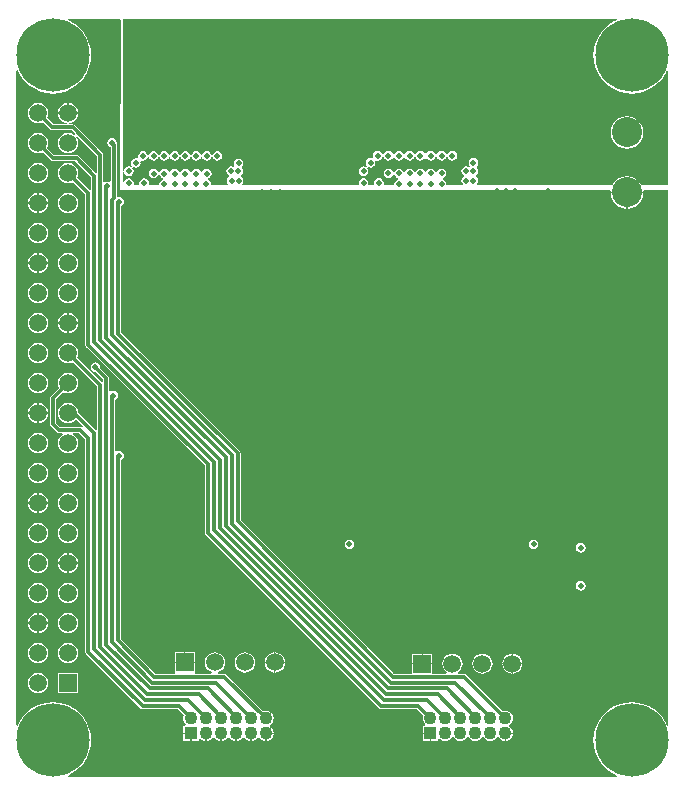
<source format=gbl>
G04*
G04 #@! TF.GenerationSoftware,Altium Limited,Altium Designer,20.0.9 (164)*
G04*
G04 Layer_Physical_Order=4*
G04 Layer_Color=16711680*
%FSLAX25Y25*%
%MOIN*%
G70*
G01*
G75*
%ADD44C,0.01181*%
%ADD49R,0.04331X0.04331*%
%ADD50C,0.04331*%
%ADD51C,0.10000*%
%ADD52C,0.05906*%
%ADD53R,0.05906X0.05906*%
%ADD54R,0.05906X0.05906*%
%ADD55C,0.01968*%
%ADD56C,0.03937*%
%ADD57C,0.24410*%
G36*
X264304Y466891D02*
X264657Y466537D01*
X264477Y409836D01*
X427742D01*
X428071Y409460D01*
X428044Y409255D01*
X433465D01*
X438885D01*
X438858Y409460D01*
X439187Y409836D01*
X447244D01*
X447244Y231419D01*
X446744Y231319D01*
X446394Y232164D01*
X445350Y233869D01*
X444051Y235389D01*
X442530Y236688D01*
X440825Y237733D01*
X438977Y238498D01*
X437033Y238965D01*
X435039Y239122D01*
X433046Y238965D01*
X431101Y238498D01*
X429254Y237733D01*
X427549Y236688D01*
X426028Y235389D01*
X424729Y233869D01*
X423684Y232164D01*
X422919Y230316D01*
X422452Y228372D01*
X422295Y226378D01*
X422452Y224384D01*
X422919Y222440D01*
X423684Y220592D01*
X424729Y218887D01*
X426028Y217367D01*
X427549Y216068D01*
X429254Y215023D01*
X430098Y214673D01*
X429999Y214173D01*
X247167Y214173D01*
X247067Y214673D01*
X247912Y215023D01*
X249617Y216068D01*
X251137Y217367D01*
X252436Y218887D01*
X253481Y220592D01*
X254246Y222440D01*
X254713Y224384D01*
X254870Y226378D01*
X254713Y228372D01*
X254246Y230316D01*
X253481Y232164D01*
X252436Y233869D01*
X251137Y235389D01*
X249617Y236688D01*
X247912Y237733D01*
X246064Y238498D01*
X244120Y238965D01*
X242126Y239122D01*
X240132Y238965D01*
X238188Y238498D01*
X236340Y237733D01*
X234635Y236688D01*
X233115Y235389D01*
X231816Y233869D01*
X230771Y232164D01*
X230421Y231319D01*
X229921Y231419D01*
X229921Y409836D01*
X229921Y449684D01*
X230421Y449783D01*
X230771Y448939D01*
X231816Y447234D01*
X233115Y445713D01*
X234635Y444414D01*
X236340Y443369D01*
X238188Y442604D01*
X240132Y442137D01*
X242126Y441980D01*
X244120Y442137D01*
X246064Y442604D01*
X247912Y443369D01*
X249617Y444414D01*
X251137Y445713D01*
X252436Y447234D01*
X253481Y448939D01*
X254246Y450786D01*
X254713Y452731D01*
X254870Y454724D01*
X254713Y456718D01*
X254246Y458663D01*
X253481Y460510D01*
X252436Y462215D01*
X251137Y463736D01*
X249617Y465034D01*
X247912Y466079D01*
X247158Y466392D01*
X247258Y466891D01*
X264304Y466891D01*
D02*
G37*
G36*
X429999Y466929D02*
X430098Y466429D01*
X429254Y466079D01*
X427549Y465034D01*
X426028Y463736D01*
X424729Y462215D01*
X423684Y460510D01*
X422919Y458663D01*
X422452Y456718D01*
X422295Y454724D01*
X422452Y452731D01*
X422919Y450786D01*
X423684Y448939D01*
X424729Y447234D01*
X426028Y445713D01*
X427549Y444414D01*
X429254Y443369D01*
X431101Y442604D01*
X433046Y442137D01*
X435039Y441980D01*
X437033Y442137D01*
X438977Y442604D01*
X440825Y443369D01*
X442530Y444414D01*
X444051Y445713D01*
X445350Y447234D01*
X446394Y448939D01*
X446744Y449783D01*
X447244Y449684D01*
X447244Y411424D01*
X438328D01*
X438181Y411778D01*
X437316Y412907D01*
X436188Y413772D01*
X434874Y414316D01*
X433465Y414502D01*
X432055Y414316D01*
X430741Y413772D01*
X429613Y412907D01*
X428748Y411778D01*
X428601Y411424D01*
X383671D01*
X383540Y411649D01*
X383464Y411924D01*
X383767Y412378D01*
X383889Y412992D01*
X383767Y413607D01*
X383419Y414127D01*
X383211Y414266D01*
Y414868D01*
X383419Y415006D01*
X383767Y415527D01*
X383889Y416142D01*
X383767Y416756D01*
X383419Y417277D01*
Y417762D01*
X383767Y418283D01*
X383889Y418898D01*
X383767Y419512D01*
X383419Y420033D01*
X382898Y420381D01*
X382283Y420503D01*
X381669Y420381D01*
X381148Y420033D01*
X380800Y419512D01*
X380678Y418898D01*
X380800Y418283D01*
X381082Y417862D01*
X380723Y417503D01*
X380704Y417513D01*
X380536Y417625D01*
X379921Y417747D01*
X379307Y417625D01*
X378786Y417277D01*
X378438Y416756D01*
X378316Y416142D01*
X378438Y415527D01*
X378786Y415006D01*
X378994Y414868D01*
Y414266D01*
X378786Y414127D01*
X378438Y413607D01*
X378316Y412992D01*
X378438Y412378D01*
X378741Y411924D01*
X378665Y411649D01*
X378534Y411424D01*
X373576D01*
X373259Y411810D01*
X373259Y411811D01*
X373137Y412426D01*
X372789Y412946D01*
X372268Y413294D01*
X372100Y413328D01*
Y413838D01*
X372268Y413871D01*
X372789Y414219D01*
X373137Y414740D01*
X373259Y415354D01*
X373137Y415969D01*
X372789Y416490D01*
X372268Y416838D01*
X371654Y416960D01*
X371039Y416838D01*
X370518Y416490D01*
X370170Y415969D01*
X370137Y415801D01*
X369627D01*
X369594Y415969D01*
X369246Y416490D01*
X368725Y416838D01*
X368110Y416960D01*
X367496Y416838D01*
X366975Y416490D01*
X366627Y415969D01*
X366594Y415801D01*
X366084D01*
X366050Y415969D01*
X365702Y416490D01*
X365181Y416838D01*
X364567Y416960D01*
X363952Y416838D01*
X363432Y416490D01*
X363084Y415969D01*
X363050Y415801D01*
X362540D01*
X362507Y415969D01*
X362159Y416490D01*
X361638Y416838D01*
X361024Y416960D01*
X360409Y416838D01*
X359888Y416490D01*
X359540Y415969D01*
X359507Y415801D01*
X358997D01*
X358964Y415969D01*
X358616Y416490D01*
X358095Y416838D01*
X357480Y416960D01*
X356866Y416838D01*
X356345Y416490D01*
X355997Y415969D01*
X355964Y415801D01*
X355454D01*
X355420Y415969D01*
X355072Y416490D01*
X354552Y416838D01*
X353937Y416960D01*
X353323Y416838D01*
X352802Y416490D01*
X352454Y415969D01*
X352331Y415354D01*
X352454Y414740D01*
X352802Y414219D01*
X353323Y413871D01*
X353937Y413749D01*
X354552Y413871D01*
X355072Y414219D01*
X355420Y414740D01*
X355454Y414907D01*
X355964D01*
X355997Y414740D01*
X356345Y414219D01*
X356866Y413871D01*
X357033Y413838D01*
Y413328D01*
X356866Y413294D01*
X356345Y412946D01*
X355997Y412426D01*
X355875Y411811D01*
X355875Y411810D01*
X355558Y411424D01*
X352715D01*
X352337Y411924D01*
X352393Y412205D01*
X352271Y412819D01*
X351923Y413340D01*
X351402Y413688D01*
X350787Y413810D01*
X350173Y413688D01*
X349652Y413340D01*
X349304Y412819D01*
X349182Y412205D01*
X349238Y411924D01*
X348860Y411424D01*
X347597D01*
X347219Y411924D01*
X347275Y412205D01*
X347153Y412819D01*
X346805Y413340D01*
X346284Y413688D01*
X345669Y413810D01*
X345055Y413688D01*
X344534Y413340D01*
X344186Y412819D01*
X344064Y412205D01*
X344120Y411924D01*
X343742Y411424D01*
X305469D01*
X305391Y411522D01*
X305247Y411924D01*
X305517Y412328D01*
X305639Y412942D01*
X305517Y413557D01*
X305169Y414078D01*
X304876Y414274D01*
X304849Y414857D01*
X305072Y415006D01*
X305420Y415527D01*
X305543Y416142D01*
X305420Y416756D01*
X305179Y417118D01*
X305169Y417712D01*
X305517Y418233D01*
X305639Y418848D01*
X305517Y419462D01*
X305169Y419983D01*
X304648Y420331D01*
X304034Y420454D01*
X303419Y420331D01*
X302898Y419983D01*
X302550Y419462D01*
X302428Y418848D01*
X302550Y418233D01*
X302396Y417581D01*
X302323Y417536D01*
X302189Y417625D01*
X301575Y417747D01*
X300960Y417625D01*
X300439Y417277D01*
X300091Y416756D01*
X299969Y416142D01*
X300091Y415527D01*
X300439Y415006D01*
X300733Y414810D01*
X300760Y414227D01*
X300536Y414078D01*
X300188Y413557D01*
X300066Y412942D01*
X300188Y412328D01*
X300458Y411924D01*
X300314Y411522D01*
X300237Y411424D01*
X295230D01*
X294913Y411810D01*
X294913Y411811D01*
X294791Y412426D01*
X294443Y412946D01*
X293924Y413293D01*
X293922Y413306D01*
X293928Y413803D01*
X294018Y413821D01*
X294539Y414169D01*
X294887Y414690D01*
X295009Y415305D01*
X294887Y415919D01*
X294539Y416440D01*
X294018Y416788D01*
X293404Y416910D01*
X292789Y416788D01*
X292268Y416440D01*
X291920Y415919D01*
X291887Y415752D01*
X291377D01*
X291344Y415919D01*
X290996Y416440D01*
X290475Y416788D01*
X289861Y416910D01*
X289246Y416788D01*
X288725Y416440D01*
X288377Y415919D01*
X288344Y415752D01*
X287834D01*
X287801Y415919D01*
X287453Y416440D01*
X286932Y416788D01*
X286317Y416910D01*
X285703Y416788D01*
X285182Y416440D01*
X284834Y415919D01*
X284800Y415752D01*
X284291D01*
X284257Y415919D01*
X283909Y416440D01*
X283388Y416788D01*
X282774Y416910D01*
X282159Y416788D01*
X281639Y416440D01*
X281291Y415919D01*
X281257Y415752D01*
X280747D01*
X280714Y415919D01*
X280366Y416440D01*
X279845Y416788D01*
X279231Y416910D01*
X278616Y416788D01*
X278095Y416440D01*
X277747Y415919D01*
X277714Y415752D01*
X277204D01*
X277171Y415919D01*
X276823Y416440D01*
X276302Y416788D01*
X275687Y416910D01*
X275073Y416788D01*
X274552Y416440D01*
X274204Y415919D01*
X274082Y415305D01*
X274204Y414690D01*
X274552Y414169D01*
X275073Y413821D01*
X275687Y413699D01*
X276302Y413821D01*
X276823Y414169D01*
X277171Y414690D01*
X277204Y414858D01*
X277714D01*
X277747Y414690D01*
X278095Y414169D01*
X278616Y413821D01*
X278784Y413788D01*
Y413278D01*
X278616Y413245D01*
X278095Y412897D01*
X277747Y412376D01*
X277625Y411761D01*
X277348Y411424D01*
X274499D01*
X274097Y411924D01*
X274143Y412155D01*
X274021Y412769D01*
X273673Y413290D01*
X273152Y413638D01*
X272538Y413761D01*
X271923Y413638D01*
X271402Y413290D01*
X271054Y412769D01*
X270932Y412155D01*
X270978Y411924D01*
X270577Y411424D01*
X269380D01*
X268979Y411924D01*
X269025Y412155D01*
X268903Y412769D01*
X268555Y413290D01*
X268034Y413638D01*
X267420Y413761D01*
X266805Y413638D01*
X266284Y413290D01*
X265936Y412769D01*
X265854Y412358D01*
X265354Y412407D01*
Y415346D01*
X265367Y415841D01*
X265367Y415841D01*
Y415841D01*
X265854Y415889D01*
X265869Y415817D01*
X265936Y415478D01*
X266284Y414957D01*
X266805Y414608D01*
X267420Y414486D01*
X268034Y414608D01*
X268555Y414957D01*
X268903Y415478D01*
X269025Y416092D01*
X268903Y416706D01*
X268621Y417128D01*
X268982Y417488D01*
X269167Y417364D01*
X269782Y417242D01*
X270396Y417364D01*
X270917Y417712D01*
X271265Y418233D01*
X271387Y418848D01*
X271297Y419302D01*
X271338Y419377D01*
X271615Y419654D01*
X271690Y419695D01*
X272144Y419604D01*
X272758Y419727D01*
X273279Y420075D01*
X273627Y420596D01*
X273661Y420763D01*
X274170D01*
X274204Y420596D01*
X274552Y420075D01*
X275073Y419727D01*
X275687Y419604D01*
X276302Y419727D01*
X276823Y420075D01*
X277171Y420596D01*
X277204Y420763D01*
X277714D01*
X277747Y420596D01*
X278095Y420075D01*
X278616Y419727D01*
X279231Y419604D01*
X279845Y419727D01*
X280366Y420075D01*
X280714Y420596D01*
X280747Y420763D01*
X281257D01*
X281291Y420596D01*
X281639Y420075D01*
X282159Y419727D01*
X282774Y419604D01*
X283388Y419727D01*
X283909Y420075D01*
X284257Y420596D01*
X284291Y420763D01*
X284800D01*
X284834Y420596D01*
X285182Y420075D01*
X285703Y419727D01*
X286317Y419604D01*
X286932Y419727D01*
X287453Y420075D01*
X287801Y420596D01*
X287834Y420763D01*
X288344D01*
X288377Y420596D01*
X288725Y420075D01*
X289246Y419727D01*
X289861Y419604D01*
X290475Y419727D01*
X290996Y420075D01*
X291344Y420596D01*
X291377Y420763D01*
X291887D01*
X291920Y420596D01*
X292268Y420075D01*
X292789Y419727D01*
X293404Y419604D01*
X294018Y419727D01*
X294539Y420075D01*
X294887Y420596D01*
X294921Y420763D01*
X295430D01*
X295464Y420596D01*
X295812Y420075D01*
X296333Y419727D01*
X296947Y419604D01*
X297562Y419727D01*
X298082Y420075D01*
X298430Y420596D01*
X298553Y421210D01*
X298430Y421825D01*
X298082Y422345D01*
X297562Y422693D01*
X296947Y422816D01*
X296333Y422693D01*
X295812Y422345D01*
X295464Y421825D01*
X295430Y421657D01*
X294921D01*
X294887Y421825D01*
X294539Y422345D01*
X294018Y422693D01*
X293404Y422816D01*
X292789Y422693D01*
X292268Y422345D01*
X291920Y421825D01*
X291887Y421657D01*
X291377D01*
X291344Y421825D01*
X290996Y422345D01*
X290475Y422693D01*
X289861Y422816D01*
X289246Y422693D01*
X288725Y422345D01*
X288377Y421825D01*
X288344Y421657D01*
X287834D01*
X287801Y421825D01*
X287453Y422345D01*
X286932Y422693D01*
X286317Y422816D01*
X285703Y422693D01*
X285182Y422345D01*
X284834Y421825D01*
X284800Y421657D01*
X284291D01*
X284257Y421825D01*
X283909Y422345D01*
X283388Y422693D01*
X282774Y422816D01*
X282159Y422693D01*
X281639Y422345D01*
X281291Y421825D01*
X281257Y421657D01*
X280747D01*
X280714Y421825D01*
X280366Y422345D01*
X279845Y422693D01*
X279231Y422816D01*
X278616Y422693D01*
X278095Y422345D01*
X277747Y421825D01*
X277714Y421657D01*
X277204D01*
X277171Y421825D01*
X276823Y422345D01*
X276302Y422693D01*
X275687Y422816D01*
X275073Y422693D01*
X274552Y422345D01*
X274204Y421825D01*
X274170Y421657D01*
X273661D01*
X273627Y421825D01*
X273279Y422345D01*
X272758Y422693D01*
X272144Y422816D01*
X271530Y422693D01*
X271009Y422345D01*
X270660Y421825D01*
X270538Y421210D01*
X270629Y420756D01*
X270588Y420681D01*
X270310Y420404D01*
X270236Y420363D01*
X269782Y420454D01*
X269167Y420331D01*
X268646Y419983D01*
X268298Y419462D01*
X268176Y418848D01*
X268298Y418233D01*
X268580Y417812D01*
X268219Y417451D01*
X268034Y417575D01*
X267420Y417698D01*
X266805Y417575D01*
X266284Y417227D01*
X265936Y416706D01*
X265869Y416367D01*
X265854Y416295D01*
X265367Y416343D01*
Y416343D01*
X265367Y416343D01*
X265354Y416838D01*
X265354Y466929D01*
X429999Y466929D01*
D02*
G37*
%LPC*%
G36*
X247326Y438906D02*
Y435751D01*
X250481D01*
X250392Y436426D01*
X250055Y437242D01*
X249517Y437942D01*
X248817Y438480D01*
X248001Y438818D01*
X247326Y438906D01*
D02*
G37*
G36*
X246926D02*
X246251Y438818D01*
X245435Y438480D01*
X244735Y437942D01*
X244197Y437242D01*
X243860Y436426D01*
X243771Y435751D01*
X246926D01*
Y438906D01*
D02*
G37*
G36*
X237126Y438933D02*
X236251Y438818D01*
X235435Y438480D01*
X234735Y437942D01*
X234197Y437242D01*
X233859Y436426D01*
X233744Y435551D01*
X233859Y434676D01*
X234197Y433860D01*
X234735Y433160D01*
X235435Y432623D01*
X236251Y432285D01*
X237126Y432169D01*
X238001Y432285D01*
X238682Y432567D01*
X241254Y429994D01*
X241582Y429776D01*
X241968Y429699D01*
X248401D01*
X249558Y428542D01*
X249227Y428165D01*
X248817Y428480D01*
X248001Y428818D01*
X247126Y428933D01*
X246251Y428818D01*
X245435Y428480D01*
X244735Y427942D01*
X244197Y427242D01*
X243860Y426426D01*
X243744Y425551D01*
X243860Y424676D01*
X244197Y423860D01*
X244735Y423160D01*
X245435Y422623D01*
X246251Y422285D01*
X247126Y422169D01*
X248001Y422285D01*
X248817Y422623D01*
X249517Y423160D01*
X250055Y423860D01*
X250392Y424676D01*
X250508Y425551D01*
X250392Y426426D01*
X250055Y427242D01*
X249740Y427653D01*
X250116Y427983D01*
X256856Y421243D01*
Y415752D01*
X256356Y415545D01*
X250714Y421187D01*
X250387Y421406D01*
X250000Y421482D01*
X242623D01*
X240110Y423995D01*
X240392Y424676D01*
X240508Y425551D01*
X240392Y426426D01*
X240055Y427242D01*
X239517Y427942D01*
X238817Y428480D01*
X238001Y428818D01*
X237126Y428933D01*
X236251Y428818D01*
X235435Y428480D01*
X234735Y427942D01*
X234197Y427242D01*
X233859Y426426D01*
X233744Y425551D01*
X233859Y424676D01*
X234197Y423860D01*
X234735Y423160D01*
X235435Y422623D01*
X236251Y422285D01*
X237126Y422169D01*
X238001Y422285D01*
X238682Y422567D01*
X241491Y419758D01*
X241818Y419539D01*
X242205Y419462D01*
X249582D01*
X254896Y414149D01*
Y409917D01*
X254396Y409710D01*
X250110Y413995D01*
X250392Y414676D01*
X250508Y415551D01*
X250392Y416426D01*
X250055Y417242D01*
X249517Y417942D01*
X248817Y418480D01*
X248001Y418818D01*
X247126Y418933D01*
X246251Y418818D01*
X245435Y418480D01*
X244735Y417942D01*
X244197Y417242D01*
X243860Y416426D01*
X243744Y415551D01*
X243860Y414676D01*
X244197Y413860D01*
X244735Y413160D01*
X245435Y412623D01*
X246251Y412285D01*
X247126Y412170D01*
X248001Y412285D01*
X248682Y412567D01*
X252927Y408322D01*
Y358268D01*
X253004Y357881D01*
X253223Y357554D01*
X292691Y318086D01*
Y295669D01*
X292768Y295283D01*
X292987Y294955D01*
X350815Y237126D01*
X351143Y236908D01*
X351529Y236831D01*
X363434D01*
X365571Y234694D01*
X365453Y234410D01*
X365365Y233740D01*
X365453Y233070D01*
X365712Y232446D01*
X366123Y231910D01*
X366260Y231805D01*
X366090Y231306D01*
X365387D01*
Y228940D01*
X367953D01*
Y228740D01*
X368153D01*
Y226175D01*
X370518D01*
Y226878D01*
X371018Y227047D01*
X371123Y226910D01*
X371659Y226499D01*
X372283Y226241D01*
X372753Y226179D01*
Y228740D01*
X373153D01*
Y226179D01*
X373622Y226241D01*
X374247Y226499D01*
X374782Y226910D01*
X375179Y227427D01*
X375305Y227446D01*
X375601D01*
X375727Y227427D01*
X376123Y226910D01*
X376659Y226499D01*
X377283Y226241D01*
X377753Y226179D01*
Y228740D01*
X378153D01*
Y226179D01*
X378622Y226241D01*
X379246Y226499D01*
X379782Y226910D01*
X380179Y227427D01*
X380305Y227446D01*
X380601D01*
X380727Y227427D01*
X381123Y226910D01*
X381659Y226499D01*
X382283Y226241D01*
X382753Y226179D01*
Y228740D01*
X383153D01*
Y226179D01*
X383622Y226241D01*
X384246Y226499D01*
X384782Y226910D01*
X385179Y227427D01*
X385305Y227446D01*
X385601D01*
X385727Y227427D01*
X386123Y226910D01*
X386659Y226499D01*
X387283Y226241D01*
X387753Y226179D01*
Y228740D01*
X388153D01*
Y226179D01*
X388622Y226241D01*
X389247Y226499D01*
X389782Y226910D01*
X390179Y227427D01*
X390305Y227446D01*
X390601D01*
X390727Y227427D01*
X391123Y226910D01*
X391659Y226499D01*
X392283Y226241D01*
X392753Y226179D01*
Y228740D01*
X392953D01*
Y228940D01*
X395514D01*
X395452Y229410D01*
X395194Y230034D01*
X394782Y230570D01*
X394266Y230966D01*
X394247Y231092D01*
Y231388D01*
X394266Y231514D01*
X394782Y231910D01*
X395194Y232446D01*
X395452Y233070D01*
X395540Y233740D01*
X395452Y234410D01*
X395194Y235034D01*
X394782Y235570D01*
X394247Y235981D01*
X393622Y236240D01*
X392953Y236328D01*
X392283Y236240D01*
X391971Y236110D01*
X379730Y248352D01*
X379402Y248571D01*
X379016Y248648D01*
X377277D01*
X377107Y249148D01*
X377667Y249577D01*
X378204Y250278D01*
X378542Y251093D01*
X378657Y251969D01*
X378542Y252844D01*
X378204Y253659D01*
X377667Y254360D01*
X376966Y254897D01*
X376151Y255235D01*
X375276Y255350D01*
X374400Y255235D01*
X373585Y254897D01*
X372884Y254360D01*
X372347Y253659D01*
X372009Y252844D01*
X371894Y251969D01*
X372009Y251093D01*
X372347Y250278D01*
X372884Y249577D01*
X373444Y249148D01*
X373274Y248648D01*
X368628D01*
Y251768D01*
X361923D01*
Y248648D01*
X355930D01*
X304691Y299887D01*
Y322101D01*
X304614Y322488D01*
X304395Y322815D01*
X264790Y362421D01*
Y404423D01*
X265309Y404770D01*
X265657Y405291D01*
X265779Y405905D01*
X265657Y406520D01*
X265309Y407041D01*
X264788Y407389D01*
X264173Y407511D01*
X263912Y407459D01*
X263411Y407846D01*
Y425000D01*
X263355Y425282D01*
X263417Y425591D01*
X263295Y426205D01*
X262946Y426726D01*
X262425Y427074D01*
X261811Y427196D01*
X261197Y427074D01*
X260676Y426726D01*
X260328Y426205D01*
X260205Y425591D01*
X260328Y424976D01*
X260676Y424455D01*
X261197Y424107D01*
X261392Y424068D01*
Y412747D01*
X260892Y412480D01*
X260851Y412507D01*
X260236Y412629D01*
X259622Y412507D01*
X259376Y412343D01*
X258876Y412610D01*
Y421661D01*
X258799Y422048D01*
X258580Y422376D01*
X249533Y431423D01*
X249205Y431642D01*
X248819Y431719D01*
X247532D01*
X247499Y432219D01*
X248001Y432285D01*
X248817Y432623D01*
X249517Y433160D01*
X250055Y433860D01*
X250392Y434676D01*
X250481Y435351D01*
X247126D01*
X243771D01*
X243860Y434676D01*
X244197Y433860D01*
X244735Y433160D01*
X245435Y432623D01*
X246251Y432285D01*
X246753Y432219D01*
X246720Y431719D01*
X242387D01*
X240110Y433995D01*
X240392Y434676D01*
X240508Y435551D01*
X240392Y436426D01*
X240055Y437242D01*
X239517Y437942D01*
X238817Y438480D01*
X238001Y438818D01*
X237126Y438933D01*
D02*
G37*
G36*
Y418933D02*
X236251Y418818D01*
X235435Y418480D01*
X234735Y417942D01*
X234197Y417242D01*
X233859Y416426D01*
X233744Y415551D01*
X233859Y414676D01*
X234197Y413860D01*
X234735Y413160D01*
X235435Y412623D01*
X236251Y412285D01*
X237126Y412170D01*
X238001Y412285D01*
X238817Y412623D01*
X239517Y413160D01*
X240055Y413860D01*
X240392Y414676D01*
X240508Y415551D01*
X240392Y416426D01*
X240055Y417242D01*
X239517Y417942D01*
X238817Y418480D01*
X238001Y418818D01*
X237126Y418933D01*
D02*
G37*
G36*
X237326Y408907D02*
Y405751D01*
X240481D01*
X240392Y406426D01*
X240055Y407242D01*
X239517Y407942D01*
X238817Y408480D01*
X238001Y408818D01*
X237326Y408907D01*
D02*
G37*
G36*
X236926D02*
X236251Y408818D01*
X235435Y408480D01*
X234735Y407942D01*
X234197Y407242D01*
X233859Y406426D01*
X233771Y405751D01*
X236926D01*
Y408907D01*
D02*
G37*
G36*
X433265Y408855D02*
X428044D01*
X428204Y407645D01*
X428748Y406332D01*
X429613Y405204D01*
X430741Y404338D01*
X432055Y403794D01*
X433265Y403635D01*
Y408855D01*
D02*
G37*
G36*
X438885D02*
X433665D01*
Y403635D01*
X434874Y403794D01*
X436188Y404338D01*
X437316Y405204D01*
X438181Y406332D01*
X438726Y407645D01*
X438885Y408855D01*
D02*
G37*
G36*
X240481Y405351D02*
X237326D01*
Y402196D01*
X238001Y402285D01*
X238817Y402623D01*
X239517Y403160D01*
X240055Y403860D01*
X240392Y404676D01*
X240481Y405351D01*
D02*
G37*
G36*
X236926D02*
X233771D01*
X233859Y404676D01*
X234197Y403860D01*
X234735Y403160D01*
X235435Y402623D01*
X236251Y402285D01*
X236926Y402196D01*
Y405351D01*
D02*
G37*
G36*
X247126Y408933D02*
X246251Y408818D01*
X245435Y408480D01*
X244735Y407942D01*
X244197Y407242D01*
X243860Y406426D01*
X243744Y405551D01*
X243860Y404676D01*
X244197Y403860D01*
X244735Y403160D01*
X245435Y402623D01*
X246251Y402285D01*
X247126Y402170D01*
X248001Y402285D01*
X248817Y402623D01*
X249517Y403160D01*
X250055Y403860D01*
X250392Y404676D01*
X250508Y405551D01*
X250392Y406426D01*
X250055Y407242D01*
X249517Y407942D01*
X248817Y408480D01*
X248001Y408818D01*
X247126Y408933D01*
D02*
G37*
G36*
Y398933D02*
X246251Y398818D01*
X245435Y398480D01*
X244735Y397942D01*
X244197Y397242D01*
X243860Y396426D01*
X243744Y395551D01*
X243860Y394676D01*
X244197Y393860D01*
X244735Y393160D01*
X245435Y392623D01*
X246251Y392285D01*
X247126Y392169D01*
X248001Y392285D01*
X248817Y392623D01*
X249517Y393160D01*
X250055Y393860D01*
X250392Y394676D01*
X250508Y395551D01*
X250392Y396426D01*
X250055Y397242D01*
X249517Y397942D01*
X248817Y398480D01*
X248001Y398818D01*
X247126Y398933D01*
D02*
G37*
G36*
X237126D02*
X236251Y398818D01*
X235435Y398480D01*
X234735Y397942D01*
X234197Y397242D01*
X233859Y396426D01*
X233744Y395551D01*
X233859Y394676D01*
X234197Y393860D01*
X234735Y393160D01*
X235435Y392623D01*
X236251Y392285D01*
X237126Y392169D01*
X238001Y392285D01*
X238817Y392623D01*
X239517Y393160D01*
X240055Y393860D01*
X240392Y394676D01*
X240508Y395551D01*
X240392Y396426D01*
X240055Y397242D01*
X239517Y397942D01*
X238817Y398480D01*
X238001Y398818D01*
X237126Y398933D01*
D02*
G37*
G36*
X237326Y388907D02*
Y385751D01*
X240481D01*
X240392Y386426D01*
X240055Y387242D01*
X239517Y387942D01*
X238817Y388480D01*
X238001Y388818D01*
X237326Y388907D01*
D02*
G37*
G36*
X236926D02*
X236251Y388818D01*
X235435Y388480D01*
X234735Y387942D01*
X234197Y387242D01*
X233859Y386426D01*
X233771Y385751D01*
X236926D01*
Y388907D01*
D02*
G37*
G36*
X240481Y385351D02*
X237326D01*
Y382196D01*
X238001Y382285D01*
X238817Y382623D01*
X239517Y383160D01*
X240055Y383860D01*
X240392Y384676D01*
X240481Y385351D01*
D02*
G37*
G36*
X236926D02*
X233771D01*
X233859Y384676D01*
X234197Y383860D01*
X234735Y383160D01*
X235435Y382623D01*
X236251Y382285D01*
X236926Y382196D01*
Y385351D01*
D02*
G37*
G36*
X247126Y388933D02*
X246251Y388818D01*
X245435Y388480D01*
X244735Y387942D01*
X244197Y387242D01*
X243860Y386426D01*
X243744Y385551D01*
X243860Y384676D01*
X244197Y383860D01*
X244735Y383160D01*
X245435Y382623D01*
X246251Y382285D01*
X247126Y382170D01*
X248001Y382285D01*
X248817Y382623D01*
X249517Y383160D01*
X250055Y383860D01*
X250392Y384676D01*
X250508Y385551D01*
X250392Y386426D01*
X250055Y387242D01*
X249517Y387942D01*
X248817Y388480D01*
X248001Y388818D01*
X247126Y388933D01*
D02*
G37*
G36*
Y378933D02*
X246251Y378818D01*
X245435Y378480D01*
X244735Y377942D01*
X244197Y377242D01*
X243860Y376426D01*
X243744Y375551D01*
X243860Y374676D01*
X244197Y373860D01*
X244735Y373160D01*
X245435Y372623D01*
X246251Y372285D01*
X247126Y372169D01*
X248001Y372285D01*
X248817Y372623D01*
X249517Y373160D01*
X250055Y373860D01*
X250392Y374676D01*
X250508Y375551D01*
X250392Y376426D01*
X250055Y377242D01*
X249517Y377942D01*
X248817Y378480D01*
X248001Y378818D01*
X247126Y378933D01*
D02*
G37*
G36*
X237126D02*
X236251Y378818D01*
X235435Y378480D01*
X234735Y377942D01*
X234197Y377242D01*
X233859Y376426D01*
X233744Y375551D01*
X233859Y374676D01*
X234197Y373860D01*
X234735Y373160D01*
X235435Y372623D01*
X236251Y372285D01*
X237126Y372169D01*
X238001Y372285D01*
X238817Y372623D01*
X239517Y373160D01*
X240055Y373860D01*
X240392Y374676D01*
X240508Y375551D01*
X240392Y376426D01*
X240055Y377242D01*
X239517Y377942D01*
X238817Y378480D01*
X238001Y378818D01*
X237126Y378933D01*
D02*
G37*
G36*
X247326Y368906D02*
Y365751D01*
X250481D01*
X250392Y366426D01*
X250055Y367242D01*
X249517Y367942D01*
X248817Y368480D01*
X248001Y368818D01*
X247326Y368906D01*
D02*
G37*
G36*
X246926D02*
X246251Y368818D01*
X245435Y368480D01*
X244735Y367942D01*
X244197Y367242D01*
X243860Y366426D01*
X243771Y365751D01*
X246926D01*
Y368906D01*
D02*
G37*
G36*
X250481Y365351D02*
X247326D01*
Y362196D01*
X248001Y362285D01*
X248817Y362623D01*
X249517Y363160D01*
X250055Y363860D01*
X250392Y364676D01*
X250481Y365351D01*
D02*
G37*
G36*
X246926D02*
X243771D01*
X243860Y364676D01*
X244197Y363860D01*
X244735Y363160D01*
X245435Y362623D01*
X246251Y362285D01*
X246926Y362196D01*
Y365351D01*
D02*
G37*
G36*
X237126Y368933D02*
X236251Y368818D01*
X235435Y368480D01*
X234735Y367942D01*
X234197Y367242D01*
X233859Y366426D01*
X233744Y365551D01*
X233859Y364676D01*
X234197Y363860D01*
X234735Y363160D01*
X235435Y362623D01*
X236251Y362285D01*
X237126Y362170D01*
X238001Y362285D01*
X238817Y362623D01*
X239517Y363160D01*
X240055Y363860D01*
X240392Y364676D01*
X240508Y365551D01*
X240392Y366426D01*
X240055Y367242D01*
X239517Y367942D01*
X238817Y368480D01*
X238001Y368818D01*
X237126Y368933D01*
D02*
G37*
G36*
Y358933D02*
X236251Y358818D01*
X235435Y358480D01*
X234735Y357942D01*
X234197Y357242D01*
X233859Y356426D01*
X233744Y355551D01*
X233859Y354676D01*
X234197Y353860D01*
X234735Y353160D01*
X235435Y352623D01*
X236251Y352285D01*
X237126Y352169D01*
X238001Y352285D01*
X238817Y352623D01*
X239517Y353160D01*
X240055Y353860D01*
X240392Y354676D01*
X240508Y355551D01*
X240392Y356426D01*
X240055Y357242D01*
X239517Y357942D01*
X238817Y358480D01*
X238001Y358818D01*
X237126Y358933D01*
D02*
G37*
G36*
X247126D02*
X246251Y358818D01*
X245435Y358480D01*
X244735Y357942D01*
X244197Y357242D01*
X243860Y356426D01*
X243744Y355551D01*
X243860Y354676D01*
X244197Y353860D01*
X244735Y353160D01*
X245435Y352623D01*
X246251Y352285D01*
X247126Y352169D01*
X248001Y352285D01*
X248682Y352567D01*
X256864Y344385D01*
Y329917D01*
X256364Y329710D01*
X250713Y335361D01*
X250501Y335503D01*
X250508Y335551D01*
X250392Y336426D01*
X250055Y337242D01*
X249517Y337942D01*
X248817Y338480D01*
X248001Y338818D01*
X247126Y338933D01*
X246251Y338818D01*
X245435Y338480D01*
X244735Y337942D01*
X244197Y337242D01*
X243860Y336426D01*
X243744Y335551D01*
X243860Y334676D01*
X244197Y333860D01*
X244735Y333160D01*
X245435Y332623D01*
X246251Y332285D01*
X247126Y332170D01*
X248001Y332285D01*
X248817Y332623D01*
X249517Y333160D01*
X249521Y333165D01*
X250020Y333197D01*
X252152Y331065D01*
X251834Y330677D01*
X251568Y330854D01*
X251181Y330931D01*
X244513D01*
X243136Y332308D01*
Y340133D01*
X245570Y342567D01*
X246251Y342285D01*
X247126Y342169D01*
X248001Y342285D01*
X248817Y342623D01*
X249517Y343160D01*
X250055Y343860D01*
X250392Y344676D01*
X250508Y345551D01*
X250392Y346426D01*
X250055Y347242D01*
X249517Y347942D01*
X248817Y348480D01*
X248001Y348818D01*
X247126Y348933D01*
X246251Y348818D01*
X245435Y348480D01*
X244735Y347942D01*
X244197Y347242D01*
X243860Y346426D01*
X243744Y345551D01*
X243860Y344676D01*
X244142Y343995D01*
X241412Y341265D01*
X241193Y340938D01*
X241116Y340551D01*
Y331890D01*
X241193Y331503D01*
X241412Y331176D01*
X243380Y329207D01*
X243708Y328988D01*
X244094Y328911D01*
X245213D01*
X245284Y328773D01*
X245346Y328411D01*
X244735Y327942D01*
X244197Y327242D01*
X243860Y326426D01*
X243744Y325551D01*
X243860Y324676D01*
X244197Y323860D01*
X244735Y323160D01*
X245435Y322623D01*
X246251Y322285D01*
X247126Y322169D01*
X248001Y322285D01*
X248817Y322623D01*
X249517Y323160D01*
X250055Y323860D01*
X250392Y324676D01*
X250508Y325551D01*
X250392Y326426D01*
X250055Y327242D01*
X249517Y327942D01*
X248906Y328411D01*
X248968Y328773D01*
X249039Y328911D01*
X250763D01*
X252927Y326747D01*
Y255906D01*
X253004Y255519D01*
X253223Y255191D01*
X271288Y237126D01*
X271615Y236908D01*
X272002Y236831D01*
X283631D01*
X285768Y234694D01*
X285650Y234410D01*
X285562Y233740D01*
X285650Y233070D01*
X285909Y232446D01*
X286320Y231910D01*
X286457Y231805D01*
X286287Y231306D01*
X285584D01*
Y228940D01*
X288150D01*
Y228740D01*
X288350D01*
Y226175D01*
X290715D01*
Y226878D01*
X291215Y227047D01*
X291320Y226910D01*
X291856Y226499D01*
X292480Y226241D01*
X292950Y226179D01*
Y228740D01*
X293350D01*
Y226179D01*
X293819Y226241D01*
X294443Y226499D01*
X294979Y226910D01*
X295376Y227427D01*
X295502Y227446D01*
X295798D01*
X295924Y227427D01*
X296320Y226910D01*
X296856Y226499D01*
X297480Y226241D01*
X297950Y226179D01*
Y228740D01*
X298350D01*
Y226179D01*
X298819Y226241D01*
X299443Y226499D01*
X299979Y226910D01*
X300376Y227427D01*
X300502Y227446D01*
X300798D01*
X300924Y227427D01*
X301320Y226910D01*
X301856Y226499D01*
X302480Y226241D01*
X302950Y226179D01*
Y228740D01*
X303350D01*
Y226179D01*
X303819Y226241D01*
X304443Y226499D01*
X304979Y226910D01*
X305376Y227427D01*
X305502Y227446D01*
X305798D01*
X305924Y227427D01*
X306320Y226910D01*
X306856Y226499D01*
X307480Y226241D01*
X307950Y226179D01*
Y228740D01*
X308350D01*
Y226179D01*
X308819Y226241D01*
X309443Y226499D01*
X309979Y226910D01*
X310376Y227427D01*
X310502Y227446D01*
X310798D01*
X310924Y227427D01*
X311320Y226910D01*
X311856Y226499D01*
X312480Y226241D01*
X312950Y226179D01*
Y228740D01*
X313150D01*
Y228940D01*
X315711D01*
X315649Y229410D01*
X315390Y230034D01*
X314979Y230570D01*
X314463Y230966D01*
X314443Y231092D01*
Y231388D01*
X314463Y231514D01*
X314979Y231910D01*
X315390Y232446D01*
X315649Y233070D01*
X315737Y233740D01*
X315649Y234410D01*
X315390Y235034D01*
X314979Y235570D01*
X314443Y235981D01*
X313819Y236240D01*
X313150Y236328D01*
X312480Y236240D01*
X312168Y236110D01*
X299927Y248352D01*
X299599Y248571D01*
X299213Y248648D01*
X297163D01*
X297064Y249148D01*
X297754Y249434D01*
X298454Y249971D01*
X298992Y250671D01*
X299329Y251487D01*
X299445Y252362D01*
X299329Y253237D01*
X298992Y254053D01*
X298454Y254753D01*
X297754Y255291D01*
X296938Y255629D01*
X296063Y255744D01*
X295188Y255629D01*
X294372Y255291D01*
X293672Y254753D01*
X293134Y254053D01*
X292796Y253237D01*
X292681Y252362D01*
X292796Y251487D01*
X293134Y250671D01*
X293672Y249971D01*
X294372Y249434D01*
X295062Y249148D01*
X294963Y248648D01*
X289750D01*
X289416Y249009D01*
X289416Y249148D01*
Y252162D01*
X282710D01*
Y249148D01*
X282710Y249009D01*
X282376Y248648D01*
X276403D01*
X264790Y260261D01*
Y319778D01*
X265309Y320125D01*
X265657Y320645D01*
X265779Y321260D01*
X265657Y321874D01*
X265309Y322395D01*
X264788Y322743D01*
X264173Y322866D01*
X263559Y322743D01*
X263321Y322584D01*
X262821Y322852D01*
Y339856D01*
X263340Y340203D01*
X263688Y340724D01*
X263810Y341339D01*
X263688Y341953D01*
X263340Y342474D01*
X262819Y342822D01*
X262205Y342944D01*
X261590Y342822D01*
X261352Y342663D01*
X260853Y342930D01*
Y347244D01*
X260776Y347631D01*
X260557Y347958D01*
X257875Y350640D01*
X257905Y350787D01*
X257783Y351402D01*
X257435Y351923D01*
X256914Y352271D01*
X256299Y352393D01*
X255685Y352271D01*
X255164Y351923D01*
X254816Y351402D01*
X254694Y350787D01*
X254816Y350173D01*
X255164Y349652D01*
X255685Y349304D01*
X256299Y349182D01*
X256447Y349211D01*
X258833Y346826D01*
Y345980D01*
X258333Y345773D01*
X250110Y353995D01*
X250392Y354676D01*
X250508Y355551D01*
X250392Y356426D01*
X250055Y357242D01*
X249517Y357942D01*
X248817Y358480D01*
X248001Y358818D01*
X247126Y358933D01*
D02*
G37*
G36*
X237126Y348933D02*
X236251Y348818D01*
X235435Y348480D01*
X234735Y347942D01*
X234197Y347242D01*
X233859Y346426D01*
X233744Y345551D01*
X233859Y344676D01*
X234197Y343860D01*
X234735Y343160D01*
X235435Y342623D01*
X236251Y342285D01*
X237126Y342169D01*
X238001Y342285D01*
X238817Y342623D01*
X239517Y343160D01*
X240055Y343860D01*
X240392Y344676D01*
X240508Y345551D01*
X240392Y346426D01*
X240055Y347242D01*
X239517Y347942D01*
X238817Y348480D01*
X238001Y348818D01*
X237126Y348933D01*
D02*
G37*
G36*
X237326Y338907D02*
Y335751D01*
X240481D01*
X240392Y336426D01*
X240055Y337242D01*
X239517Y337942D01*
X238817Y338480D01*
X238001Y338818D01*
X237326Y338907D01*
D02*
G37*
G36*
X236926D02*
X236251Y338818D01*
X235435Y338480D01*
X234735Y337942D01*
X234197Y337242D01*
X233859Y336426D01*
X233771Y335751D01*
X236926D01*
Y338907D01*
D02*
G37*
G36*
X240481Y335351D02*
X237326D01*
Y332196D01*
X238001Y332285D01*
X238817Y332623D01*
X239517Y333160D01*
X240055Y333860D01*
X240392Y334676D01*
X240481Y335351D01*
D02*
G37*
G36*
X236926D02*
X233771D01*
X233859Y334676D01*
X234197Y333860D01*
X234735Y333160D01*
X235435Y332623D01*
X236251Y332285D01*
X236926Y332196D01*
Y335351D01*
D02*
G37*
G36*
X237126Y328933D02*
X236251Y328818D01*
X235435Y328480D01*
X234735Y327942D01*
X234197Y327242D01*
X233859Y326426D01*
X233744Y325551D01*
X233859Y324676D01*
X234197Y323860D01*
X234735Y323160D01*
X235435Y322623D01*
X236251Y322285D01*
X237126Y322169D01*
X238001Y322285D01*
X238817Y322623D01*
X239517Y323160D01*
X240055Y323860D01*
X240392Y324676D01*
X240508Y325551D01*
X240392Y326426D01*
X240055Y327242D01*
X239517Y327942D01*
X238817Y328480D01*
X238001Y328818D01*
X237126Y328933D01*
D02*
G37*
G36*
X247126Y318933D02*
X246251Y318818D01*
X245435Y318480D01*
X244735Y317942D01*
X244197Y317242D01*
X243860Y316426D01*
X243744Y315551D01*
X243860Y314676D01*
X244197Y313860D01*
X244735Y313160D01*
X245435Y312623D01*
X246251Y312285D01*
X247126Y312170D01*
X248001Y312285D01*
X248817Y312623D01*
X249517Y313160D01*
X250055Y313860D01*
X250392Y314676D01*
X250508Y315551D01*
X250392Y316426D01*
X250055Y317242D01*
X249517Y317942D01*
X248817Y318480D01*
X248001Y318818D01*
X247126Y318933D01*
D02*
G37*
G36*
X237126D02*
X236251Y318818D01*
X235435Y318480D01*
X234735Y317942D01*
X234197Y317242D01*
X233859Y316426D01*
X233744Y315551D01*
X233859Y314676D01*
X234197Y313860D01*
X234735Y313160D01*
X235435Y312623D01*
X236251Y312285D01*
X237126Y312170D01*
X238001Y312285D01*
X238817Y312623D01*
X239517Y313160D01*
X240055Y313860D01*
X240392Y314676D01*
X240508Y315551D01*
X240392Y316426D01*
X240055Y317242D01*
X239517Y317942D01*
X238817Y318480D01*
X238001Y318818D01*
X237126Y318933D01*
D02*
G37*
G36*
X237326Y308907D02*
Y305751D01*
X240481D01*
X240392Y306426D01*
X240055Y307242D01*
X239517Y307942D01*
X238817Y308480D01*
X238001Y308818D01*
X237326Y308907D01*
D02*
G37*
G36*
X236926D02*
X236251Y308818D01*
X235435Y308480D01*
X234735Y307942D01*
X234197Y307242D01*
X233859Y306426D01*
X233771Y305751D01*
X236926D01*
Y308907D01*
D02*
G37*
G36*
X240481Y305351D02*
X237326D01*
Y302196D01*
X238001Y302285D01*
X238817Y302623D01*
X239517Y303160D01*
X240055Y303860D01*
X240392Y304676D01*
X240481Y305351D01*
D02*
G37*
G36*
X236926D02*
X233771D01*
X233859Y304676D01*
X234197Y303860D01*
X234735Y303160D01*
X235435Y302623D01*
X236251Y302285D01*
X236926Y302196D01*
Y305351D01*
D02*
G37*
G36*
X247126Y308933D02*
X246251Y308818D01*
X245435Y308480D01*
X244735Y307942D01*
X244197Y307242D01*
X243860Y306426D01*
X243744Y305551D01*
X243860Y304676D01*
X244197Y303860D01*
X244735Y303160D01*
X245435Y302623D01*
X246251Y302285D01*
X247126Y302169D01*
X248001Y302285D01*
X248817Y302623D01*
X249517Y303160D01*
X250055Y303860D01*
X250392Y304676D01*
X250508Y305551D01*
X250392Y306426D01*
X250055Y307242D01*
X249517Y307942D01*
X248817Y308480D01*
X248001Y308818D01*
X247126Y308933D01*
D02*
G37*
G36*
Y298933D02*
X246251Y298818D01*
X245435Y298480D01*
X244735Y297942D01*
X244197Y297242D01*
X243860Y296426D01*
X243744Y295551D01*
X243860Y294676D01*
X244197Y293860D01*
X244735Y293160D01*
X245435Y292623D01*
X246251Y292285D01*
X247126Y292169D01*
X248001Y292285D01*
X248817Y292623D01*
X249517Y293160D01*
X250055Y293860D01*
X250392Y294676D01*
X250508Y295551D01*
X250392Y296426D01*
X250055Y297242D01*
X249517Y297942D01*
X248817Y298480D01*
X248001Y298818D01*
X247126Y298933D01*
D02*
G37*
G36*
X237126D02*
X236251Y298818D01*
X235435Y298480D01*
X234735Y297942D01*
X234197Y297242D01*
X233859Y296426D01*
X233744Y295551D01*
X233859Y294676D01*
X234197Y293860D01*
X234735Y293160D01*
X235435Y292623D01*
X236251Y292285D01*
X237126Y292169D01*
X238001Y292285D01*
X238817Y292623D01*
X239517Y293160D01*
X240055Y293860D01*
X240392Y294676D01*
X240508Y295551D01*
X240392Y296426D01*
X240055Y297242D01*
X239517Y297942D01*
X238817Y298480D01*
X238001Y298818D01*
X237126Y298933D01*
D02*
G37*
G36*
X402362Y293338D02*
X401748Y293216D01*
X401227Y292868D01*
X400879Y292347D01*
X400757Y291732D01*
X400879Y291118D01*
X401227Y290597D01*
X401748Y290249D01*
X402362Y290127D01*
X402977Y290249D01*
X403498Y290597D01*
X403846Y291118D01*
X403968Y291732D01*
X403846Y292347D01*
X403498Y292868D01*
X402977Y293216D01*
X402362Y293338D01*
D02*
G37*
G36*
X340945D02*
X340330Y293216D01*
X339809Y292868D01*
X339461Y292347D01*
X339339Y291732D01*
X339461Y291118D01*
X339809Y290597D01*
X340330Y290249D01*
X340945Y290127D01*
X341559Y290249D01*
X342080Y290597D01*
X342428Y291118D01*
X342550Y291732D01*
X342428Y292347D01*
X342080Y292868D01*
X341559Y293216D01*
X340945Y293338D01*
D02*
G37*
G36*
X418110Y292157D02*
X417496Y292035D01*
X416975Y291687D01*
X416627Y291166D01*
X416505Y290551D01*
X416627Y289937D01*
X416975Y289416D01*
X417496Y289068D01*
X418110Y288946D01*
X418725Y289068D01*
X419246Y289416D01*
X419594Y289937D01*
X419716Y290551D01*
X419594Y291166D01*
X419246Y291687D01*
X418725Y292035D01*
X418110Y292157D01*
D02*
G37*
G36*
X247326Y288907D02*
Y285751D01*
X250481D01*
X250392Y286426D01*
X250055Y287242D01*
X249517Y287942D01*
X248817Y288480D01*
X248001Y288818D01*
X247326Y288907D01*
D02*
G37*
G36*
X246926D02*
X246251Y288818D01*
X245435Y288480D01*
X244735Y287942D01*
X244197Y287242D01*
X243860Y286426D01*
X243771Y285751D01*
X246926D01*
Y288907D01*
D02*
G37*
G36*
X250481Y285351D02*
X247326D01*
Y282196D01*
X248001Y282285D01*
X248817Y282623D01*
X249517Y283160D01*
X250055Y283860D01*
X250392Y284676D01*
X250481Y285351D01*
D02*
G37*
G36*
X246926D02*
X243771D01*
X243860Y284676D01*
X244197Y283860D01*
X244735Y283160D01*
X245435Y282623D01*
X246251Y282285D01*
X246926Y282196D01*
Y285351D01*
D02*
G37*
G36*
X237126Y288933D02*
X236251Y288818D01*
X235435Y288480D01*
X234735Y287942D01*
X234197Y287242D01*
X233859Y286426D01*
X233744Y285551D01*
X233859Y284676D01*
X234197Y283860D01*
X234735Y283160D01*
X235435Y282623D01*
X236251Y282285D01*
X237126Y282170D01*
X238001Y282285D01*
X238817Y282623D01*
X239517Y283160D01*
X240055Y283860D01*
X240392Y284676D01*
X240508Y285551D01*
X240392Y286426D01*
X240055Y287242D01*
X239517Y287942D01*
X238817Y288480D01*
X238001Y288818D01*
X237126Y288933D01*
D02*
G37*
G36*
X418110Y279558D02*
X417496Y279436D01*
X416975Y279088D01*
X416627Y278567D01*
X416505Y277953D01*
X416627Y277338D01*
X416975Y276817D01*
X417496Y276469D01*
X418110Y276347D01*
X418725Y276469D01*
X419246Y276817D01*
X419594Y277338D01*
X419716Y277953D01*
X419594Y278567D01*
X419246Y279088D01*
X418725Y279436D01*
X418110Y279558D01*
D02*
G37*
G36*
X247126Y278933D02*
X246251Y278818D01*
X245435Y278480D01*
X244735Y277942D01*
X244197Y277242D01*
X243860Y276426D01*
X243744Y275551D01*
X243860Y274676D01*
X244197Y273860D01*
X244735Y273160D01*
X245435Y272623D01*
X246251Y272285D01*
X247126Y272169D01*
X248001Y272285D01*
X248817Y272623D01*
X249517Y273160D01*
X250055Y273860D01*
X250392Y274676D01*
X250508Y275551D01*
X250392Y276426D01*
X250055Y277242D01*
X249517Y277942D01*
X248817Y278480D01*
X248001Y278818D01*
X247126Y278933D01*
D02*
G37*
G36*
X237126D02*
X236251Y278818D01*
X235435Y278480D01*
X234735Y277942D01*
X234197Y277242D01*
X233859Y276426D01*
X233744Y275551D01*
X233859Y274676D01*
X234197Y273860D01*
X234735Y273160D01*
X235435Y272623D01*
X236251Y272285D01*
X237126Y272169D01*
X238001Y272285D01*
X238817Y272623D01*
X239517Y273160D01*
X240055Y273860D01*
X240392Y274676D01*
X240508Y275551D01*
X240392Y276426D01*
X240055Y277242D01*
X239517Y277942D01*
X238817Y278480D01*
X238001Y278818D01*
X237126Y278933D01*
D02*
G37*
G36*
X237326Y268906D02*
Y265751D01*
X240481D01*
X240392Y266426D01*
X240055Y267242D01*
X239517Y267942D01*
X238817Y268480D01*
X238001Y268818D01*
X237326Y268906D01*
D02*
G37*
G36*
X236926D02*
X236251Y268818D01*
X235435Y268480D01*
X234735Y267942D01*
X234197Y267242D01*
X233859Y266426D01*
X233771Y265751D01*
X236926D01*
Y268906D01*
D02*
G37*
G36*
X240481Y265351D02*
X237326D01*
Y262196D01*
X238001Y262285D01*
X238817Y262623D01*
X239517Y263160D01*
X240055Y263860D01*
X240392Y264676D01*
X240481Y265351D01*
D02*
G37*
G36*
X236926D02*
X233771D01*
X233859Y264676D01*
X234197Y263860D01*
X234735Y263160D01*
X235435Y262623D01*
X236251Y262285D01*
X236926Y262196D01*
Y265351D01*
D02*
G37*
G36*
X247126Y268933D02*
X246251Y268818D01*
X245435Y268480D01*
X244735Y267942D01*
X244197Y267242D01*
X243860Y266426D01*
X243744Y265551D01*
X243860Y264676D01*
X244197Y263860D01*
X244735Y263160D01*
X245435Y262623D01*
X246251Y262285D01*
X247126Y262170D01*
X248001Y262285D01*
X248817Y262623D01*
X249517Y263160D01*
X250055Y263860D01*
X250392Y264676D01*
X250508Y265551D01*
X250392Y266426D01*
X250055Y267242D01*
X249517Y267942D01*
X248817Y268480D01*
X248001Y268818D01*
X247126Y268933D01*
D02*
G37*
G36*
X316263Y255717D02*
Y252562D01*
X319418D01*
X319329Y253237D01*
X318992Y254053D01*
X318454Y254753D01*
X317754Y255291D01*
X316938Y255629D01*
X316263Y255717D01*
D02*
G37*
G36*
X315863D02*
X315188Y255629D01*
X314372Y255291D01*
X313672Y254753D01*
X313134Y254053D01*
X312796Y253237D01*
X312708Y252562D01*
X315863D01*
Y255717D01*
D02*
G37*
G36*
X289416Y255715D02*
X286263D01*
Y252562D01*
X289416D01*
Y255715D01*
D02*
G37*
G36*
X285863D02*
X282710D01*
Y252562D01*
X285863D01*
Y255715D01*
D02*
G37*
G36*
X247126Y258933D02*
X246251Y258818D01*
X245435Y258480D01*
X244735Y257942D01*
X244197Y257242D01*
X243860Y256426D01*
X243744Y255551D01*
X243860Y254676D01*
X244197Y253860D01*
X244735Y253160D01*
X245435Y252623D01*
X246251Y252285D01*
X247126Y252169D01*
X248001Y252285D01*
X248817Y252623D01*
X249517Y253160D01*
X250055Y253860D01*
X250392Y254676D01*
X250508Y255551D01*
X250392Y256426D01*
X250055Y257242D01*
X249517Y257942D01*
X248817Y258480D01*
X248001Y258818D01*
X247126Y258933D01*
D02*
G37*
G36*
X237126D02*
X236251Y258818D01*
X235435Y258480D01*
X234735Y257942D01*
X234197Y257242D01*
X233859Y256426D01*
X233744Y255551D01*
X233859Y254676D01*
X234197Y253860D01*
X234735Y253160D01*
X235435Y252623D01*
X236251Y252285D01*
X237126Y252169D01*
X238001Y252285D01*
X238817Y252623D01*
X239517Y253160D01*
X240055Y253860D01*
X240392Y254676D01*
X240508Y255551D01*
X240392Y256426D01*
X240055Y257242D01*
X239517Y257942D01*
X238817Y258480D01*
X238001Y258818D01*
X237126Y258933D01*
D02*
G37*
G36*
X395476Y255324D02*
Y252168D01*
X398631D01*
X398542Y252844D01*
X398204Y253659D01*
X397667Y254360D01*
X396966Y254897D01*
X396151Y255235D01*
X395476Y255324D01*
D02*
G37*
G36*
X395076D02*
X394400Y255235D01*
X393585Y254897D01*
X392884Y254360D01*
X392347Y253659D01*
X392009Y252844D01*
X391920Y252168D01*
X395076D01*
Y255324D01*
D02*
G37*
G36*
X368628Y255321D02*
X365476D01*
Y252168D01*
X368628D01*
Y255321D01*
D02*
G37*
G36*
X365076D02*
X361923D01*
Y252168D01*
X365076D01*
Y255321D01*
D02*
G37*
G36*
X319418Y252162D02*
X316263D01*
Y249007D01*
X316938Y249096D01*
X317754Y249434D01*
X318454Y249971D01*
X318992Y250671D01*
X319329Y251487D01*
X319418Y252162D01*
D02*
G37*
G36*
X315863D02*
X312708D01*
X312796Y251487D01*
X313134Y250671D01*
X313672Y249971D01*
X314372Y249434D01*
X315188Y249096D01*
X315863Y249007D01*
Y252162D01*
D02*
G37*
G36*
X306063Y255744D02*
X305188Y255629D01*
X304372Y255291D01*
X303672Y254753D01*
X303134Y254053D01*
X302797Y253237D01*
X302681Y252362D01*
X302797Y251487D01*
X303134Y250671D01*
X303672Y249971D01*
X304372Y249434D01*
X305188Y249096D01*
X306063Y248980D01*
X306938Y249096D01*
X307754Y249434D01*
X308454Y249971D01*
X308992Y250671D01*
X309329Y251487D01*
X309445Y252362D01*
X309329Y253237D01*
X308992Y254053D01*
X308454Y254753D01*
X307754Y255291D01*
X306938Y255629D01*
X306063Y255744D01*
D02*
G37*
G36*
X398631Y251768D02*
X395476D01*
Y248613D01*
X396151Y248702D01*
X396966Y249040D01*
X397667Y249577D01*
X398204Y250278D01*
X398542Y251093D01*
X398631Y251768D01*
D02*
G37*
G36*
X395076D02*
X391920D01*
X392009Y251093D01*
X392347Y250278D01*
X392884Y249577D01*
X393585Y249040D01*
X394400Y248702D01*
X395076Y248613D01*
Y251768D01*
D02*
G37*
G36*
X385276Y255350D02*
X384400Y255235D01*
X383585Y254897D01*
X382884Y254360D01*
X382347Y253659D01*
X382009Y252844D01*
X381894Y251969D01*
X382009Y251093D01*
X382347Y250278D01*
X382884Y249577D01*
X383585Y249040D01*
X384400Y248702D01*
X385276Y248587D01*
X386151Y248702D01*
X386966Y249040D01*
X387667Y249577D01*
X388204Y250278D01*
X388542Y251093D01*
X388657Y251969D01*
X388542Y252844D01*
X388204Y253659D01*
X387667Y254360D01*
X386966Y254897D01*
X386151Y255235D01*
X385276Y255350D01*
D02*
G37*
G36*
X250479Y248904D02*
X243773D01*
Y242198D01*
X250479D01*
Y248904D01*
D02*
G37*
G36*
X237126Y248933D02*
X236251Y248818D01*
X235435Y248480D01*
X234735Y247942D01*
X234197Y247242D01*
X233859Y246426D01*
X233744Y245551D01*
X233859Y244676D01*
X234197Y243860D01*
X234735Y243160D01*
X235435Y242623D01*
X236251Y242285D01*
X237126Y242169D01*
X238001Y242285D01*
X238817Y242623D01*
X239517Y243160D01*
X240055Y243860D01*
X240392Y244676D01*
X240508Y245551D01*
X240392Y246426D01*
X240055Y247242D01*
X239517Y247942D01*
X238817Y248480D01*
X238001Y248818D01*
X237126Y248933D01*
D02*
G37*
G36*
X395514Y228540D02*
X393153D01*
Y226179D01*
X393622Y226241D01*
X394247Y226499D01*
X394782Y226910D01*
X395194Y227446D01*
X395452Y228070D01*
X395514Y228540D01*
D02*
G37*
G36*
X315711Y228540D02*
X313350D01*
Y226179D01*
X313819Y226241D01*
X314443Y226499D01*
X314979Y226910D01*
X315390Y227446D01*
X315649Y228070D01*
X315711Y228540D01*
D02*
G37*
G36*
X367753Y228540D02*
X365387D01*
Y226175D01*
X367753D01*
Y228540D01*
D02*
G37*
G36*
X287950Y228540D02*
X285584D01*
Y226175D01*
X287950D01*
Y228540D01*
D02*
G37*
G36*
X433465Y434502D02*
X432055Y434316D01*
X430741Y433772D01*
X429613Y432906D01*
X428748Y431778D01*
X428204Y430465D01*
X428018Y429055D01*
X428204Y427645D01*
X428748Y426332D01*
X429613Y425204D01*
X430741Y424338D01*
X432055Y423794D01*
X433465Y423608D01*
X434874Y423794D01*
X436188Y424338D01*
X437316Y425204D01*
X438181Y426332D01*
X438726Y427645D01*
X438911Y429055D01*
X438726Y430465D01*
X438181Y431778D01*
X437316Y432906D01*
X436188Y433772D01*
X434874Y434316D01*
X433465Y434502D01*
D02*
G37*
G36*
X375197Y422865D02*
X374582Y422743D01*
X374061Y422395D01*
X373713Y421874D01*
X373680Y421707D01*
X373170D01*
X373137Y421874D01*
X372789Y422395D01*
X372268Y422743D01*
X371654Y422865D01*
X371039Y422743D01*
X370518Y422395D01*
X370170Y421874D01*
X370137Y421707D01*
X369627D01*
X369594Y421874D01*
X369246Y422395D01*
X368725Y422743D01*
X368110Y422865D01*
X367496Y422743D01*
X366975Y422395D01*
X366627Y421874D01*
X366594Y421707D01*
X366084D01*
X366050Y421874D01*
X365702Y422395D01*
X365181Y422743D01*
X364567Y422865D01*
X363952Y422743D01*
X363432Y422395D01*
X363084Y421874D01*
X363050Y421707D01*
X362540D01*
X362507Y421874D01*
X362159Y422395D01*
X361638Y422743D01*
X361024Y422865D01*
X360409Y422743D01*
X359888Y422395D01*
X359540Y421874D01*
X359507Y421707D01*
X358997D01*
X358964Y421874D01*
X358616Y422395D01*
X358095Y422743D01*
X357480Y422865D01*
X356866Y422743D01*
X356345Y422395D01*
X355997Y421874D01*
X355964Y421707D01*
X355454D01*
X355420Y421874D01*
X355072Y422395D01*
X354552Y422743D01*
X353937Y422865D01*
X353323Y422743D01*
X352802Y422395D01*
X352454Y421874D01*
X352420Y421707D01*
X351910D01*
X351877Y421874D01*
X351529Y422395D01*
X351008Y422743D01*
X350394Y422865D01*
X349779Y422743D01*
X349258Y422395D01*
X348910Y421874D01*
X348788Y421260D01*
X348878Y420806D01*
X348837Y420731D01*
X348560Y420454D01*
X348485Y420413D01*
X348031Y420503D01*
X347417Y420381D01*
X346896Y420033D01*
X346548Y419512D01*
X346426Y418898D01*
X346548Y418283D01*
X346830Y417862D01*
X346469Y417501D01*
X346284Y417625D01*
X345669Y417747D01*
X345055Y417625D01*
X344534Y417277D01*
X344186Y416756D01*
X344064Y416142D01*
X344186Y415527D01*
X344534Y415006D01*
X345055Y414658D01*
X345669Y414536D01*
X346284Y414658D01*
X346805Y415006D01*
X347153Y415527D01*
X347275Y416142D01*
X347153Y416756D01*
X346871Y417178D01*
X347232Y417538D01*
X347417Y417414D01*
X348031Y417292D01*
X348646Y417414D01*
X349167Y417762D01*
X349515Y418283D01*
X349637Y418898D01*
X349547Y419352D01*
X349588Y419426D01*
X349865Y419704D01*
X349940Y419744D01*
X350394Y419654D01*
X351008Y419776D01*
X351529Y420124D01*
X351877Y420645D01*
X351910Y420813D01*
X352420D01*
X352454Y420645D01*
X352802Y420124D01*
X353323Y419776D01*
X353937Y419654D01*
X354552Y419776D01*
X355072Y420124D01*
X355420Y420645D01*
X355454Y420813D01*
X355964D01*
X355997Y420645D01*
X356345Y420124D01*
X356866Y419776D01*
X357480Y419654D01*
X358095Y419776D01*
X358616Y420124D01*
X358964Y420645D01*
X358997Y420813D01*
X359507D01*
X359540Y420645D01*
X359888Y420124D01*
X360409Y419776D01*
X361024Y419654D01*
X361638Y419776D01*
X362159Y420124D01*
X362507Y420645D01*
X362540Y420813D01*
X363050D01*
X363084Y420645D01*
X363432Y420124D01*
X363952Y419776D01*
X364567Y419654D01*
X365181Y419776D01*
X365702Y420124D01*
X366050Y420645D01*
X366084Y420813D01*
X366594D01*
X366627Y420645D01*
X366975Y420124D01*
X367496Y419776D01*
X368110Y419654D01*
X368725Y419776D01*
X369246Y420124D01*
X369594Y420645D01*
X369627Y420813D01*
X370137D01*
X370170Y420645D01*
X370518Y420124D01*
X371039Y419776D01*
X371654Y419654D01*
X372268Y419776D01*
X372789Y420124D01*
X373137Y420645D01*
X373170Y420813D01*
X373680D01*
X373713Y420645D01*
X374061Y420124D01*
X374582Y419776D01*
X375197Y419654D01*
X375811Y419776D01*
X376332Y420124D01*
X376680Y420645D01*
X376802Y421260D01*
X376680Y421874D01*
X376332Y422395D01*
X375811Y422743D01*
X375197Y422865D01*
D02*
G37*
%LPD*%
D44*
X259842Y360630D02*
X299744Y320728D01*
X260236Y410811D02*
Y411024D01*
X259842Y410417D02*
X260236Y410811D01*
X259842Y360630D02*
Y410417D01*
X262402Y407196D02*
Y425000D01*
X261811Y425591D02*
X262402Y425000D01*
X261811Y406606D02*
X262402Y407196D01*
X293701Y295669D02*
Y318504D01*
X253937Y358268D02*
Y408740D01*
Y358268D02*
X293701Y318504D01*
X295669Y296457D02*
Y319291D01*
X255906Y359055D02*
X295669Y319291D01*
X352368Y239757D02*
X366935D01*
X353150Y241732D02*
X370512D01*
X297772Y297110D02*
Y319945D01*
X257866Y359850D02*
X297772Y319945D01*
X257866Y359850D02*
Y421661D01*
X299744Y297894D02*
Y320728D01*
X353937Y243701D02*
X373504D01*
X301716Y298677D02*
Y321512D01*
X354724Y245669D02*
X376260D01*
X261811Y361417D02*
X301716Y321512D01*
X355512Y247638D02*
X379016D01*
X303681Y299468D02*
X355512Y247638D01*
X263779Y362003D02*
X303681Y322101D01*
X370512Y241732D02*
X377953Y234291D01*
X376260Y245669D02*
X386726Y235204D01*
X299744Y297894D02*
X353937Y243701D01*
X301716Y298677D02*
X354724Y245669D01*
X303681Y299468D02*
Y322101D01*
X297772Y297110D02*
X353150Y241732D01*
X373504Y243701D02*
X382953Y234252D01*
X379016Y247638D02*
X392913Y233740D01*
X295669Y296457D02*
X352368Y239757D01*
X366935D02*
X372953Y233740D01*
X293701Y295669D02*
X351529Y237841D01*
X363852D02*
X367953Y233740D01*
X351529Y237841D02*
X363852D01*
X242126Y340551D02*
X247126Y345551D01*
X242126Y331890D02*
Y340551D01*
X244094Y329921D02*
X251181D01*
X242126Y331890D02*
X244094Y329921D01*
X253937Y255906D02*
Y327165D01*
X251181Y329921D02*
X253937Y327165D01*
Y255906D02*
X272002Y237841D01*
X284049D02*
X288150Y233740D01*
X272002Y237841D02*
X284049D01*
X255906Y256693D02*
X272841Y239757D01*
X247126Y335551D02*
X248030Y334647D01*
X249998D02*
X255906Y328740D01*
X248030Y334647D02*
X249998D01*
X287132Y239757D02*
X293150Y233740D01*
X272841Y239757D02*
X287132D01*
X255906Y256693D02*
Y328740D01*
X299213Y247638D02*
X313110Y233740D01*
X313150D01*
X293701Y243701D02*
X303150Y234252D01*
Y233740D02*
Y234252D01*
X298150Y233740D02*
Y234291D01*
X273622Y241732D02*
X290709D01*
X263779Y259842D02*
X275984Y247638D01*
X264173Y321100D02*
Y321260D01*
X263779Y320706D02*
X264173Y321100D01*
X275984Y247638D02*
X299213D01*
X275197Y245669D02*
X296457D01*
X262205Y341179D02*
Y341339D01*
X261811Y259055D02*
Y340785D01*
X274410Y243701D02*
X293701D01*
X257874Y257480D02*
Y344803D01*
X247126Y355551D02*
X257874Y344803D01*
Y257480D02*
X273622Y241732D01*
X256299Y350787D02*
X259842Y347244D01*
Y258268D02*
Y347244D01*
X261811Y340785D02*
X262205Y341179D01*
X296457Y245669D02*
X306922Y235204D01*
X263779Y259842D02*
Y320706D01*
X261811Y259055D02*
X275197Y245669D01*
X259842Y258268D02*
X274410Y243701D01*
X263779Y362003D02*
Y405352D01*
X290709Y241732D02*
X298150Y234291D01*
X264173Y405746D02*
Y405905D01*
X263779Y405352D02*
X264173Y405746D01*
X261811Y361417D02*
Y406606D01*
X248819Y430709D02*
X257866Y421661D01*
X255906Y359055D02*
Y414567D01*
X242205Y420472D02*
X250000D01*
X255906Y414567D01*
X247126Y415551D02*
X253937Y408740D01*
X237126Y435551D02*
X241968Y430709D01*
X248819D01*
X237126Y425551D02*
X242205Y420472D01*
D49*
X288150Y228740D02*
D03*
X367953D02*
D03*
D50*
X288150Y233740D02*
D03*
X293150Y228740D02*
D03*
Y233740D02*
D03*
X298150Y228740D02*
D03*
Y233740D02*
D03*
X303150Y228740D02*
D03*
Y233740D02*
D03*
X308150Y228740D02*
D03*
Y233740D02*
D03*
X313150Y228740D02*
D03*
Y233740D02*
D03*
X367953D02*
D03*
X372953Y228740D02*
D03*
Y233740D02*
D03*
X377953Y228740D02*
D03*
Y233740D02*
D03*
X382953Y228740D02*
D03*
Y233740D02*
D03*
X387953Y228740D02*
D03*
Y233740D02*
D03*
X392953Y228740D02*
D03*
Y233740D02*
D03*
D51*
X433465Y429055D02*
D03*
Y409055D02*
D03*
D52*
X237126Y435551D02*
D03*
X247126D02*
D03*
X237126Y425551D02*
D03*
X247126D02*
D03*
X237126Y415551D02*
D03*
X247126D02*
D03*
X237126Y405551D02*
D03*
X247126D02*
D03*
X237126Y395551D02*
D03*
X247126D02*
D03*
X237126Y385551D02*
D03*
X247126D02*
D03*
X237126Y375551D02*
D03*
X247126D02*
D03*
X237126Y365551D02*
D03*
X247126D02*
D03*
X237126Y355551D02*
D03*
X247126D02*
D03*
X237126Y345551D02*
D03*
X247126D02*
D03*
X237126Y335551D02*
D03*
X247126D02*
D03*
X237126Y325551D02*
D03*
X247126D02*
D03*
X237126Y315551D02*
D03*
X247126D02*
D03*
X237126Y305551D02*
D03*
X247126D02*
D03*
X237126Y295551D02*
D03*
X247126D02*
D03*
X237126Y285551D02*
D03*
X247126D02*
D03*
X237126Y275551D02*
D03*
X247126D02*
D03*
X237126Y265551D02*
D03*
X247126D02*
D03*
X237126Y255551D02*
D03*
X247126D02*
D03*
X237126Y245551D02*
D03*
X395276Y251969D02*
D03*
X385276D02*
D03*
X375276D02*
D03*
X316063Y252362D02*
D03*
X306063D02*
D03*
X296063D02*
D03*
D53*
X247126Y245551D02*
D03*
D54*
X365276Y251969D02*
D03*
X286063Y252362D02*
D03*
D55*
X402362Y291732D02*
D03*
X340945D02*
D03*
X260236Y411024D02*
D03*
X301575Y416142D02*
D03*
X303937D02*
D03*
X379921D02*
D03*
X388583Y416535D02*
D03*
X385433Y419685D02*
D03*
Y416535D02*
D03*
X388583Y419685D02*
D03*
X418110Y277953D02*
D03*
X277165Y360630D02*
D03*
Y352756D02*
D03*
Y321260D02*
D03*
Y329134D02*
D03*
Y305512D02*
D03*
Y313386D02*
D03*
Y297638D02*
D03*
X345669Y297638D02*
D03*
X355118Y293701D02*
D03*
X345669Y313386D02*
D03*
X355118Y309449D02*
D03*
Y301575D02*
D03*
X345669Y305512D02*
D03*
Y329134D02*
D03*
X355118Y325197D02*
D03*
Y317323D02*
D03*
X345669Y321260D02*
D03*
Y344882D02*
D03*
X355118Y340945D02*
D03*
Y333071D02*
D03*
X345669Y337008D02*
D03*
Y352756D02*
D03*
X355118Y348819D02*
D03*
Y356693D02*
D03*
X345669Y360630D02*
D03*
X416535Y405118D02*
D03*
X407087Y409449D02*
D03*
X417717Y391732D02*
D03*
X407480D02*
D03*
X396063D02*
D03*
X390551Y400394D02*
D03*
X264173Y321260D02*
D03*
X262205Y341339D02*
D03*
X256299Y350787D02*
D03*
X264173Y405905D02*
D03*
X261811Y425591D02*
D03*
X310236Y416535D02*
D03*
X307087D02*
D03*
Y419685D02*
D03*
X310236D02*
D03*
X339370Y391732D02*
D03*
X329134D02*
D03*
X317717D02*
D03*
X335039Y400787D02*
D03*
X323228D02*
D03*
X311024D02*
D03*
X418110Y290551D02*
D03*
X435827Y302362D02*
D03*
Y277953D02*
D03*
Y290551D02*
D03*
X304034Y418848D02*
D03*
Y412942D02*
D03*
X301672D02*
D03*
X293307Y411811D02*
D03*
X293404Y415305D02*
D03*
X289861D02*
D03*
X286317D02*
D03*
X282774D02*
D03*
X279231D02*
D03*
X275687D02*
D03*
X272538Y412155D02*
D03*
Y408612D02*
D03*
Y405068D02*
D03*
Y401525D02*
D03*
Y397982D02*
D03*
Y394438D02*
D03*
Y390895D02*
D03*
Y387352D02*
D03*
Y383808D02*
D03*
Y380265D02*
D03*
X272835Y377165D02*
D03*
X276378D02*
D03*
X279921D02*
D03*
X283465D02*
D03*
X287008D02*
D03*
X290551D02*
D03*
X294094D02*
D03*
X297638D02*
D03*
X301181D02*
D03*
X304724D02*
D03*
X308268D02*
D03*
X310333Y379872D02*
D03*
Y383415D02*
D03*
Y386958D02*
D03*
Y390501D02*
D03*
X289861Y411761D02*
D03*
X286317D02*
D03*
X282774D02*
D03*
X279231D02*
D03*
X276868Y408612D02*
D03*
Y405068D02*
D03*
Y401525D02*
D03*
Y397982D02*
D03*
Y394438D02*
D03*
Y390895D02*
D03*
Y387352D02*
D03*
Y383808D02*
D03*
X279624Y383021D02*
D03*
X283168D02*
D03*
X286711D02*
D03*
X290254D02*
D03*
X293797D02*
D03*
X297341D02*
D03*
X300884D02*
D03*
X304427D02*
D03*
X306396Y386958D02*
D03*
Y390501D02*
D03*
Y394045D02*
D03*
Y397588D02*
D03*
Y401131D02*
D03*
X286317Y421210D02*
D03*
X282774D02*
D03*
X279231D02*
D03*
X275687D02*
D03*
X272144D02*
D03*
X267420Y412155D02*
D03*
Y408612D02*
D03*
Y405068D02*
D03*
Y401525D02*
D03*
Y397982D02*
D03*
Y394438D02*
D03*
Y390895D02*
D03*
Y387352D02*
D03*
Y383808D02*
D03*
Y380265D02*
D03*
Y376722D02*
D03*
Y373179D02*
D03*
X270176Y371604D02*
D03*
X273719D02*
D03*
X277262D02*
D03*
X267420Y416092D02*
D03*
X269782Y418848D02*
D03*
X289861Y421210D02*
D03*
X293404D02*
D03*
X296947D02*
D03*
X309152Y403100D02*
D03*
X311811Y409166D02*
D03*
X314961D02*
D03*
X317717D02*
D03*
X390158Y409449D02*
D03*
X387402Y403150D02*
D03*
X393307Y409449D02*
D03*
X396063D02*
D03*
X375197Y421260D02*
D03*
X371654D02*
D03*
X368110D02*
D03*
X348031Y418898D02*
D03*
X345669Y416142D02*
D03*
X355512Y371654D02*
D03*
X351969D02*
D03*
X348425D02*
D03*
X345669Y373228D02*
D03*
Y376772D02*
D03*
Y380315D02*
D03*
Y383858D02*
D03*
Y387402D02*
D03*
Y390945D02*
D03*
Y394488D02*
D03*
Y398031D02*
D03*
Y401575D02*
D03*
Y405118D02*
D03*
Y408661D02*
D03*
Y412205D02*
D03*
X350394Y421260D02*
D03*
X353937D02*
D03*
X357480D02*
D03*
X361024D02*
D03*
X364567D02*
D03*
X384646Y401181D02*
D03*
Y397638D02*
D03*
Y394094D02*
D03*
Y390551D02*
D03*
Y387008D02*
D03*
X382677Y383071D02*
D03*
X379134D02*
D03*
X375591D02*
D03*
X372047D02*
D03*
X368504D02*
D03*
X364961D02*
D03*
X361417D02*
D03*
X357874D02*
D03*
X355118Y383858D02*
D03*
Y387402D02*
D03*
Y390945D02*
D03*
Y394488D02*
D03*
Y398031D02*
D03*
Y401575D02*
D03*
Y405118D02*
D03*
Y408661D02*
D03*
X357480Y411811D02*
D03*
X361024D02*
D03*
X364567D02*
D03*
X368110D02*
D03*
X388583Y390551D02*
D03*
Y387008D02*
D03*
Y383465D02*
D03*
Y379921D02*
D03*
X386221Y376772D02*
D03*
X382677D02*
D03*
X379134D02*
D03*
X375591D02*
D03*
X372047D02*
D03*
X368504D02*
D03*
X364961D02*
D03*
X361417D02*
D03*
X357874D02*
D03*
X354331D02*
D03*
X350787D02*
D03*
Y380315D02*
D03*
Y383858D02*
D03*
Y387402D02*
D03*
Y390945D02*
D03*
Y394488D02*
D03*
Y398031D02*
D03*
Y401575D02*
D03*
Y405118D02*
D03*
Y408661D02*
D03*
Y412205D02*
D03*
X353937Y415354D02*
D03*
X357480D02*
D03*
X361024D02*
D03*
X364567D02*
D03*
X368110D02*
D03*
X371654D02*
D03*
Y411811D02*
D03*
X379921Y412992D02*
D03*
X382283D02*
D03*
X382283Y416142D02*
D03*
X382283Y418898D02*
D03*
D56*
X351195Y270252D02*
D03*
X351181Y274803D02*
D03*
X274803Y274410D02*
D03*
Y269685D02*
D03*
D57*
X242126Y454724D02*
D03*
X435039D02*
D03*
Y226378D02*
D03*
X242126D02*
D03*
M02*

</source>
